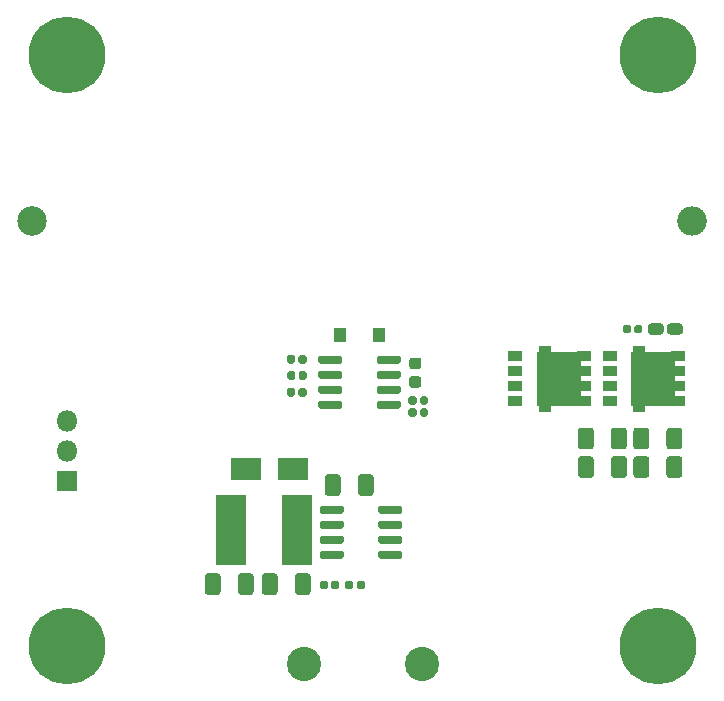
<source format=gbr>
%TF.GenerationSoftware,KiCad,Pcbnew,(5.1.6)-1*%
%TF.CreationDate,2022-02-05T23:25:30+08:00*%
%TF.ProjectId,brake_board,6272616b-655f-4626-9f61-72642e6b6963,rev?*%
%TF.SameCoordinates,Original*%
%TF.FileFunction,Soldermask,Top*%
%TF.FilePolarity,Negative*%
%FSLAX46Y46*%
G04 Gerber Fmt 4.6, Leading zero omitted, Abs format (unit mm)*
G04 Created by KiCad (PCBNEW (5.1.6)-1) date 2022-02-05 23:25:30*
%MOMM*%
%LPD*%
G01*
G04 APERTURE LIST*
%ADD10C,2.900000*%
%ADD11C,2.500000*%
%ADD12O,2.500000X2.500000*%
%ADD13R,1.005000X5.660000*%
%ADD14R,3.800000X4.660000*%
%ADD15R,1.200000X0.850000*%
%ADD16R,2.550000X6.000000*%
%ADD17R,1.800000X1.800000*%
%ADD18O,1.800000X1.800000*%
%ADD19C,6.500000*%
%ADD20C,0.900000*%
%ADD21R,1.000000X1.300000*%
%ADD22R,2.600000X1.900000*%
G04 APERTURE END LIST*
%TO.C,R8*%
G36*
G01*
X23604800Y27691700D02*
X23604800Y28086700D01*
G75*
G02*
X23777300Y28259200I172500J0D01*
G01*
X24122300Y28259200D01*
G75*
G02*
X24294800Y28086700I0J-172500D01*
G01*
X24294800Y27691700D01*
G75*
G02*
X24122300Y27519200I-172500J0D01*
G01*
X23777300Y27519200D01*
G75*
G02*
X23604800Y27691700I0J172500D01*
G01*
G37*
G36*
G01*
X24574800Y27691700D02*
X24574800Y28086700D01*
G75*
G02*
X24747300Y28259200I172500J0D01*
G01*
X25092300Y28259200D01*
G75*
G02*
X25264800Y28086700I0J-172500D01*
G01*
X25264800Y27691700D01*
G75*
G02*
X25092300Y27519200I-172500J0D01*
G01*
X24747300Y27519200D01*
G75*
G02*
X24574800Y27691700I0J172500D01*
G01*
G37*
%TD*%
D10*
%TO.C,POS1*%
X35000000Y3506000D03*
%TD*%
%TO.C,NEG1*%
X25000000Y3506000D03*
%TD*%
%TO.C,U2*%
G36*
G01*
X26232000Y29047000D02*
X26232000Y29397000D01*
G75*
G02*
X26407000Y29572000I175000J0D01*
G01*
X28107000Y29572000D01*
G75*
G02*
X28282000Y29397000I0J-175000D01*
G01*
X28282000Y29047000D01*
G75*
G02*
X28107000Y28872000I-175000J0D01*
G01*
X26407000Y28872000D01*
G75*
G02*
X26232000Y29047000I0J175000D01*
G01*
G37*
G36*
G01*
X26232000Y27777000D02*
X26232000Y28127000D01*
G75*
G02*
X26407000Y28302000I175000J0D01*
G01*
X28107000Y28302000D01*
G75*
G02*
X28282000Y28127000I0J-175000D01*
G01*
X28282000Y27777000D01*
G75*
G02*
X28107000Y27602000I-175000J0D01*
G01*
X26407000Y27602000D01*
G75*
G02*
X26232000Y27777000I0J175000D01*
G01*
G37*
G36*
G01*
X26232000Y26507000D02*
X26232000Y26857000D01*
G75*
G02*
X26407000Y27032000I175000J0D01*
G01*
X28107000Y27032000D01*
G75*
G02*
X28282000Y26857000I0J-175000D01*
G01*
X28282000Y26507000D01*
G75*
G02*
X28107000Y26332000I-175000J0D01*
G01*
X26407000Y26332000D01*
G75*
G02*
X26232000Y26507000I0J175000D01*
G01*
G37*
G36*
G01*
X26232000Y25237000D02*
X26232000Y25587000D01*
G75*
G02*
X26407000Y25762000I175000J0D01*
G01*
X28107000Y25762000D01*
G75*
G02*
X28282000Y25587000I0J-175000D01*
G01*
X28282000Y25237000D01*
G75*
G02*
X28107000Y25062000I-175000J0D01*
G01*
X26407000Y25062000D01*
G75*
G02*
X26232000Y25237000I0J175000D01*
G01*
G37*
G36*
G01*
X31182000Y25237000D02*
X31182000Y25587000D01*
G75*
G02*
X31357000Y25762000I175000J0D01*
G01*
X33057000Y25762000D01*
G75*
G02*
X33232000Y25587000I0J-175000D01*
G01*
X33232000Y25237000D01*
G75*
G02*
X33057000Y25062000I-175000J0D01*
G01*
X31357000Y25062000D01*
G75*
G02*
X31182000Y25237000I0J175000D01*
G01*
G37*
G36*
G01*
X31182000Y26507000D02*
X31182000Y26857000D01*
G75*
G02*
X31357000Y27032000I175000J0D01*
G01*
X33057000Y27032000D01*
G75*
G02*
X33232000Y26857000I0J-175000D01*
G01*
X33232000Y26507000D01*
G75*
G02*
X33057000Y26332000I-175000J0D01*
G01*
X31357000Y26332000D01*
G75*
G02*
X31182000Y26507000I0J175000D01*
G01*
G37*
G36*
G01*
X31182000Y27777000D02*
X31182000Y28127000D01*
G75*
G02*
X31357000Y28302000I175000J0D01*
G01*
X33057000Y28302000D01*
G75*
G02*
X33232000Y28127000I0J-175000D01*
G01*
X33232000Y27777000D01*
G75*
G02*
X33057000Y27602000I-175000J0D01*
G01*
X31357000Y27602000D01*
G75*
G02*
X31182000Y27777000I0J175000D01*
G01*
G37*
G36*
G01*
X31182000Y29047000D02*
X31182000Y29397000D01*
G75*
G02*
X31357000Y29572000I175000J0D01*
G01*
X33057000Y29572000D01*
G75*
G02*
X33232000Y29397000I0J-175000D01*
G01*
X33232000Y29047000D01*
G75*
G02*
X33057000Y28872000I-175000J0D01*
G01*
X31357000Y28872000D01*
G75*
G02*
X31182000Y29047000I0J175000D01*
G01*
G37*
%TD*%
%TO.C,U1*%
G36*
G01*
X26359000Y16349000D02*
X26359000Y16699000D01*
G75*
G02*
X26534000Y16874000I175000J0D01*
G01*
X28234000Y16874000D01*
G75*
G02*
X28409000Y16699000I0J-175000D01*
G01*
X28409000Y16349000D01*
G75*
G02*
X28234000Y16174000I-175000J0D01*
G01*
X26534000Y16174000D01*
G75*
G02*
X26359000Y16349000I0J175000D01*
G01*
G37*
G36*
G01*
X26359000Y15079000D02*
X26359000Y15429000D01*
G75*
G02*
X26534000Y15604000I175000J0D01*
G01*
X28234000Y15604000D01*
G75*
G02*
X28409000Y15429000I0J-175000D01*
G01*
X28409000Y15079000D01*
G75*
G02*
X28234000Y14904000I-175000J0D01*
G01*
X26534000Y14904000D01*
G75*
G02*
X26359000Y15079000I0J175000D01*
G01*
G37*
G36*
G01*
X26359000Y13809000D02*
X26359000Y14159000D01*
G75*
G02*
X26534000Y14334000I175000J0D01*
G01*
X28234000Y14334000D01*
G75*
G02*
X28409000Y14159000I0J-175000D01*
G01*
X28409000Y13809000D01*
G75*
G02*
X28234000Y13634000I-175000J0D01*
G01*
X26534000Y13634000D01*
G75*
G02*
X26359000Y13809000I0J175000D01*
G01*
G37*
G36*
G01*
X26359000Y12539000D02*
X26359000Y12889000D01*
G75*
G02*
X26534000Y13064000I175000J0D01*
G01*
X28234000Y13064000D01*
G75*
G02*
X28409000Y12889000I0J-175000D01*
G01*
X28409000Y12539000D01*
G75*
G02*
X28234000Y12364000I-175000J0D01*
G01*
X26534000Y12364000D01*
G75*
G02*
X26359000Y12539000I0J175000D01*
G01*
G37*
G36*
G01*
X31309000Y12539000D02*
X31309000Y12889000D01*
G75*
G02*
X31484000Y13064000I175000J0D01*
G01*
X33184000Y13064000D01*
G75*
G02*
X33359000Y12889000I0J-175000D01*
G01*
X33359000Y12539000D01*
G75*
G02*
X33184000Y12364000I-175000J0D01*
G01*
X31484000Y12364000D01*
G75*
G02*
X31309000Y12539000I0J175000D01*
G01*
G37*
G36*
G01*
X31309000Y13809000D02*
X31309000Y14159000D01*
G75*
G02*
X31484000Y14334000I175000J0D01*
G01*
X33184000Y14334000D01*
G75*
G02*
X33359000Y14159000I0J-175000D01*
G01*
X33359000Y13809000D01*
G75*
G02*
X33184000Y13634000I-175000J0D01*
G01*
X31484000Y13634000D01*
G75*
G02*
X31309000Y13809000I0J175000D01*
G01*
G37*
G36*
G01*
X31309000Y15079000D02*
X31309000Y15429000D01*
G75*
G02*
X31484000Y15604000I175000J0D01*
G01*
X33184000Y15604000D01*
G75*
G02*
X33359000Y15429000I0J-175000D01*
G01*
X33359000Y15079000D01*
G75*
G02*
X33184000Y14904000I-175000J0D01*
G01*
X31484000Y14904000D01*
G75*
G02*
X31309000Y15079000I0J175000D01*
G01*
G37*
G36*
G01*
X31309000Y16349000D02*
X31309000Y16699000D01*
G75*
G02*
X31484000Y16874000I175000J0D01*
G01*
X33184000Y16874000D01*
G75*
G02*
X33359000Y16699000I0J-175000D01*
G01*
X33359000Y16349000D01*
G75*
G02*
X33184000Y16174000I-175000J0D01*
G01*
X31484000Y16174000D01*
G75*
G02*
X31309000Y16349000I0J175000D01*
G01*
G37*
%TD*%
%TO.C,R7*%
G36*
G01*
X53685000Y32024500D02*
X53685000Y31629500D01*
G75*
G02*
X53512500Y31457000I-172500J0D01*
G01*
X53167500Y31457000D01*
G75*
G02*
X52995000Y31629500I0J172500D01*
G01*
X52995000Y32024500D01*
G75*
G02*
X53167500Y32197000I172500J0D01*
G01*
X53512500Y32197000D01*
G75*
G02*
X53685000Y32024500I0J-172500D01*
G01*
G37*
G36*
G01*
X52715000Y32024500D02*
X52715000Y31629500D01*
G75*
G02*
X52542500Y31457000I-172500J0D01*
G01*
X52197500Y31457000D01*
G75*
G02*
X52025000Y31629500I0J172500D01*
G01*
X52025000Y32024500D01*
G75*
G02*
X52197500Y32197000I172500J0D01*
G01*
X52542500Y32197000D01*
G75*
G02*
X52715000Y32024500I0J-172500D01*
G01*
G37*
%TD*%
D11*
%TO.C,R6*%
X2000000Y41000000D03*
D12*
X57880000Y41000000D03*
%TD*%
%TO.C,R5*%
G36*
G01*
X35533000Y25978500D02*
X35533000Y25583500D01*
G75*
G02*
X35360500Y25411000I-172500J0D01*
G01*
X35015500Y25411000D01*
G75*
G02*
X34843000Y25583500I0J172500D01*
G01*
X34843000Y25978500D01*
G75*
G02*
X35015500Y26151000I172500J0D01*
G01*
X35360500Y26151000D01*
G75*
G02*
X35533000Y25978500I0J-172500D01*
G01*
G37*
G36*
G01*
X34563000Y25978500D02*
X34563000Y25583500D01*
G75*
G02*
X34390500Y25411000I-172500J0D01*
G01*
X34045500Y25411000D01*
G75*
G02*
X33873000Y25583500I0J172500D01*
G01*
X33873000Y25978500D01*
G75*
G02*
X34045500Y26151000I172500J0D01*
G01*
X34390500Y26151000D01*
G75*
G02*
X34563000Y25978500I0J-172500D01*
G01*
G37*
%TD*%
%TO.C,R4*%
G36*
G01*
X35533000Y24962500D02*
X35533000Y24567500D01*
G75*
G02*
X35360500Y24395000I-172500J0D01*
G01*
X35015500Y24395000D01*
G75*
G02*
X34843000Y24567500I0J172500D01*
G01*
X34843000Y24962500D01*
G75*
G02*
X35015500Y25135000I172500J0D01*
G01*
X35360500Y25135000D01*
G75*
G02*
X35533000Y24962500I0J-172500D01*
G01*
G37*
G36*
G01*
X34563000Y24962500D02*
X34563000Y24567500D01*
G75*
G02*
X34390500Y24395000I-172500J0D01*
G01*
X34045500Y24395000D01*
G75*
G02*
X33873000Y24567500I0J172500D01*
G01*
X33873000Y24962500D01*
G75*
G02*
X34045500Y25135000I172500J0D01*
G01*
X34390500Y25135000D01*
G75*
G02*
X34563000Y24962500I0J-172500D01*
G01*
G37*
%TD*%
%TO.C,R3*%
G36*
G01*
X23586000Y26279500D02*
X23586000Y26674500D01*
G75*
G02*
X23758500Y26847000I172500J0D01*
G01*
X24103500Y26847000D01*
G75*
G02*
X24276000Y26674500I0J-172500D01*
G01*
X24276000Y26279500D01*
G75*
G02*
X24103500Y26107000I-172500J0D01*
G01*
X23758500Y26107000D01*
G75*
G02*
X23586000Y26279500I0J172500D01*
G01*
G37*
G36*
G01*
X24556000Y26279500D02*
X24556000Y26674500D01*
G75*
G02*
X24728500Y26847000I172500J0D01*
G01*
X25073500Y26847000D01*
G75*
G02*
X25246000Y26674500I0J-172500D01*
G01*
X25246000Y26279500D01*
G75*
G02*
X25073500Y26107000I-172500J0D01*
G01*
X24728500Y26107000D01*
G75*
G02*
X24556000Y26279500I0J172500D01*
G01*
G37*
%TD*%
%TO.C,R2*%
G36*
G01*
X26348000Y9962500D02*
X26348000Y10357500D01*
G75*
G02*
X26520500Y10530000I172500J0D01*
G01*
X26865500Y10530000D01*
G75*
G02*
X27038000Y10357500I0J-172500D01*
G01*
X27038000Y9962500D01*
G75*
G02*
X26865500Y9790000I-172500J0D01*
G01*
X26520500Y9790000D01*
G75*
G02*
X26348000Y9962500I0J172500D01*
G01*
G37*
G36*
G01*
X27318000Y9962500D02*
X27318000Y10357500D01*
G75*
G02*
X27490500Y10530000I172500J0D01*
G01*
X27835500Y10530000D01*
G75*
G02*
X28008000Y10357500I0J-172500D01*
G01*
X28008000Y9962500D01*
G75*
G02*
X27835500Y9790000I-172500J0D01*
G01*
X27490500Y9790000D01*
G75*
G02*
X27318000Y9962500I0J172500D01*
G01*
G37*
%TD*%
%TO.C,R1*%
G36*
G01*
X28507000Y9962500D02*
X28507000Y10357500D01*
G75*
G02*
X28679500Y10530000I172500J0D01*
G01*
X29024500Y10530000D01*
G75*
G02*
X29197000Y10357500I0J-172500D01*
G01*
X29197000Y9962500D01*
G75*
G02*
X29024500Y9790000I-172500J0D01*
G01*
X28679500Y9790000D01*
G75*
G02*
X28507000Y9962500I0J172500D01*
G01*
G37*
G36*
G01*
X29477000Y9962500D02*
X29477000Y10357500D01*
G75*
G02*
X29649500Y10530000I172500J0D01*
G01*
X29994500Y10530000D01*
G75*
G02*
X30167000Y10357500I0J-172500D01*
G01*
X30167000Y9962500D01*
G75*
G02*
X29994500Y9790000I-172500J0D01*
G01*
X29649500Y9790000D01*
G75*
G02*
X29477000Y9962500I0J172500D01*
G01*
G37*
%TD*%
D13*
%TO.C,Q2*%
X45396000Y27619000D03*
D14*
X46596000Y27619000D03*
D15*
X48696000Y29524000D03*
X48696000Y25714000D03*
X42896000Y25714000D03*
X42896000Y26984000D03*
X42896000Y28254000D03*
X42896000Y29524000D03*
X48696000Y28254000D03*
X48696000Y26984000D03*
%TD*%
D13*
%TO.C,Q1*%
X53396000Y27619000D03*
D14*
X54596000Y27619000D03*
D15*
X56696000Y29524000D03*
X56696000Y25714000D03*
X50896000Y25714000D03*
X50896000Y26984000D03*
X50896000Y28254000D03*
X50896000Y29524000D03*
X56696000Y28254000D03*
X56696000Y26984000D03*
%TD*%
D16*
%TO.C,L1*%
X24397000Y14809000D03*
X18847000Y14809000D03*
%TD*%
D17*
%TO.C,J1*%
X5000000Y19000000D03*
D18*
X5000000Y21540000D03*
X5000000Y24080000D03*
%TD*%
D19*
%TO.C,H4*%
X5000000Y55000000D03*
D20*
X7400000Y55000000D03*
X6697056Y53302944D03*
X5000000Y52600000D03*
X3302944Y53302944D03*
X2600000Y55000000D03*
X3302944Y56697056D03*
X5000000Y57400000D03*
X6697056Y56697056D03*
%TD*%
D19*
%TO.C,H3*%
X55000000Y55000000D03*
D20*
X57400000Y55000000D03*
X56697056Y53302944D03*
X55000000Y52600000D03*
X53302944Y53302944D03*
X52600000Y55000000D03*
X53302944Y56697056D03*
X55000000Y57400000D03*
X56697056Y56697056D03*
%TD*%
D19*
%TO.C,H2*%
X5000000Y5000000D03*
D20*
X7400000Y5000000D03*
X6697056Y3302944D03*
X5000000Y2600000D03*
X3302944Y3302944D03*
X2600000Y5000000D03*
X3302944Y6697056D03*
X5000000Y7400000D03*
X6697056Y6697056D03*
%TD*%
D19*
%TO.C,H1*%
X55000000Y5000000D03*
D20*
X57400000Y5000000D03*
X56697056Y3302944D03*
X55000000Y2600000D03*
X53302944Y3302944D03*
X52600000Y5000000D03*
X53302944Y6697056D03*
X55000000Y7400000D03*
X56697056Y6697056D03*
%TD*%
%TO.C,D3*%
G36*
G01*
X57101000Y32064500D02*
X57101000Y31589500D01*
G75*
G02*
X56863500Y31352000I-237500J0D01*
G01*
X56013500Y31352000D01*
G75*
G02*
X55776000Y31589500I0J237500D01*
G01*
X55776000Y32064500D01*
G75*
G02*
X56013500Y32302000I237500J0D01*
G01*
X56863500Y32302000D01*
G75*
G02*
X57101000Y32064500I0J-237500D01*
G01*
G37*
G36*
G01*
X55476000Y32064500D02*
X55476000Y31589500D01*
G75*
G02*
X55238500Y31352000I-237500J0D01*
G01*
X54388500Y31352000D01*
G75*
G02*
X54151000Y31589500I0J237500D01*
G01*
X54151000Y32064500D01*
G75*
G02*
X54388500Y32302000I237500J0D01*
G01*
X55238500Y32302000D01*
G75*
G02*
X55476000Y32064500I0J-237500D01*
G01*
G37*
%TD*%
D21*
%TO.C,D2*%
X31400000Y31303000D03*
X28100000Y31303000D03*
%TD*%
D22*
%TO.C,D1*%
X24130000Y20016000D03*
X20130000Y20016000D03*
%TD*%
%TO.C,C9*%
G36*
G01*
X57066000Y20798000D02*
X57066000Y19488000D01*
G75*
G02*
X56796000Y19218000I-270000J0D01*
G01*
X55986000Y19218000D01*
G75*
G02*
X55716000Y19488000I0J270000D01*
G01*
X55716000Y20798000D01*
G75*
G02*
X55986000Y21068000I270000J0D01*
G01*
X56796000Y21068000D01*
G75*
G02*
X57066000Y20798000I0J-270000D01*
G01*
G37*
G36*
G01*
X54266000Y20798000D02*
X54266000Y19488000D01*
G75*
G02*
X53996000Y19218000I-270000J0D01*
G01*
X53186000Y19218000D01*
G75*
G02*
X52916000Y19488000I0J270000D01*
G01*
X52916000Y20798000D01*
G75*
G02*
X53186000Y21068000I270000J0D01*
G01*
X53996000Y21068000D01*
G75*
G02*
X54266000Y20798000I0J-270000D01*
G01*
G37*
%TD*%
%TO.C,C8*%
G36*
G01*
X48217000Y21901000D02*
X48217000Y23211000D01*
G75*
G02*
X48487000Y23481000I270000J0D01*
G01*
X49297000Y23481000D01*
G75*
G02*
X49567000Y23211000I0J-270000D01*
G01*
X49567000Y21901000D01*
G75*
G02*
X49297000Y21631000I-270000J0D01*
G01*
X48487000Y21631000D01*
G75*
G02*
X48217000Y21901000I0J270000D01*
G01*
G37*
G36*
G01*
X51017000Y21901000D02*
X51017000Y23211000D01*
G75*
G02*
X51287000Y23481000I270000J0D01*
G01*
X52097000Y23481000D01*
G75*
G02*
X52367000Y23211000I0J-270000D01*
G01*
X52367000Y21901000D01*
G75*
G02*
X52097000Y21631000I-270000J0D01*
G01*
X51287000Y21631000D01*
G75*
G02*
X51017000Y21901000I0J270000D01*
G01*
G37*
%TD*%
%TO.C,C7*%
G36*
G01*
X34167750Y29403000D02*
X34730250Y29403000D01*
G75*
G02*
X34974000Y29159250I0J-243750D01*
G01*
X34974000Y28671750D01*
G75*
G02*
X34730250Y28428000I-243750J0D01*
G01*
X34167750Y28428000D01*
G75*
G02*
X33924000Y28671750I0J243750D01*
G01*
X33924000Y29159250D01*
G75*
G02*
X34167750Y29403000I243750J0D01*
G01*
G37*
G36*
G01*
X34167750Y27828000D02*
X34730250Y27828000D01*
G75*
G02*
X34974000Y27584250I0J-243750D01*
G01*
X34974000Y27096750D01*
G75*
G02*
X34730250Y26853000I-243750J0D01*
G01*
X34167750Y26853000D01*
G75*
G02*
X33924000Y27096750I0J243750D01*
G01*
X33924000Y27584250D01*
G75*
G02*
X34167750Y27828000I243750J0D01*
G01*
G37*
%TD*%
%TO.C,C6*%
G36*
G01*
X25246000Y29468500D02*
X25246000Y29073500D01*
G75*
G02*
X25073500Y28901000I-172500J0D01*
G01*
X24728500Y28901000D01*
G75*
G02*
X24556000Y29073500I0J172500D01*
G01*
X24556000Y29468500D01*
G75*
G02*
X24728500Y29641000I172500J0D01*
G01*
X25073500Y29641000D01*
G75*
G02*
X25246000Y29468500I0J-172500D01*
G01*
G37*
G36*
G01*
X24276000Y29468500D02*
X24276000Y29073500D01*
G75*
G02*
X24103500Y28901000I-172500J0D01*
G01*
X23758500Y28901000D01*
G75*
G02*
X23586000Y29073500I0J172500D01*
G01*
X23586000Y29468500D01*
G75*
G02*
X23758500Y29641000I172500J0D01*
G01*
X24103500Y29641000D01*
G75*
G02*
X24276000Y29468500I0J-172500D01*
G01*
G37*
%TD*%
%TO.C,C5*%
G36*
G01*
X25602000Y10892000D02*
X25602000Y9582000D01*
G75*
G02*
X25332000Y9312000I-270000J0D01*
G01*
X24522000Y9312000D01*
G75*
G02*
X24252000Y9582000I0J270000D01*
G01*
X24252000Y10892000D01*
G75*
G02*
X24522000Y11162000I270000J0D01*
G01*
X25332000Y11162000D01*
G75*
G02*
X25602000Y10892000I0J-270000D01*
G01*
G37*
G36*
G01*
X22802000Y10892000D02*
X22802000Y9582000D01*
G75*
G02*
X22532000Y9312000I-270000J0D01*
G01*
X21722000Y9312000D01*
G75*
G02*
X21452000Y9582000I0J270000D01*
G01*
X21452000Y10892000D01*
G75*
G02*
X21722000Y11162000I270000J0D01*
G01*
X22532000Y11162000D01*
G75*
G02*
X22802000Y10892000I0J-270000D01*
G01*
G37*
%TD*%
%TO.C,C4*%
G36*
G01*
X16626000Y9582000D02*
X16626000Y10892000D01*
G75*
G02*
X16896000Y11162000I270000J0D01*
G01*
X17706000Y11162000D01*
G75*
G02*
X17976000Y10892000I0J-270000D01*
G01*
X17976000Y9582000D01*
G75*
G02*
X17706000Y9312000I-270000J0D01*
G01*
X16896000Y9312000D01*
G75*
G02*
X16626000Y9582000I0J270000D01*
G01*
G37*
G36*
G01*
X19426000Y9582000D02*
X19426000Y10892000D01*
G75*
G02*
X19696000Y11162000I270000J0D01*
G01*
X20506000Y11162000D01*
G75*
G02*
X20776000Y10892000I0J-270000D01*
G01*
X20776000Y9582000D01*
G75*
G02*
X20506000Y9312000I-270000J0D01*
G01*
X19696000Y9312000D01*
G75*
G02*
X19426000Y9582000I0J270000D01*
G01*
G37*
%TD*%
%TO.C,C3*%
G36*
G01*
X57066000Y23211000D02*
X57066000Y21901000D01*
G75*
G02*
X56796000Y21631000I-270000J0D01*
G01*
X55986000Y21631000D01*
G75*
G02*
X55716000Y21901000I0J270000D01*
G01*
X55716000Y23211000D01*
G75*
G02*
X55986000Y23481000I270000J0D01*
G01*
X56796000Y23481000D01*
G75*
G02*
X57066000Y23211000I0J-270000D01*
G01*
G37*
G36*
G01*
X54266000Y23211000D02*
X54266000Y21901000D01*
G75*
G02*
X53996000Y21631000I-270000J0D01*
G01*
X53186000Y21631000D01*
G75*
G02*
X52916000Y21901000I0J270000D01*
G01*
X52916000Y23211000D01*
G75*
G02*
X53186000Y23481000I270000J0D01*
G01*
X53996000Y23481000D01*
G75*
G02*
X54266000Y23211000I0J-270000D01*
G01*
G37*
%TD*%
%TO.C,C2*%
G36*
G01*
X48217000Y19488000D02*
X48217000Y20798000D01*
G75*
G02*
X48487000Y21068000I270000J0D01*
G01*
X49297000Y21068000D01*
G75*
G02*
X49567000Y20798000I0J-270000D01*
G01*
X49567000Y19488000D01*
G75*
G02*
X49297000Y19218000I-270000J0D01*
G01*
X48487000Y19218000D01*
G75*
G02*
X48217000Y19488000I0J270000D01*
G01*
G37*
G36*
G01*
X51017000Y19488000D02*
X51017000Y20798000D01*
G75*
G02*
X51287000Y21068000I270000J0D01*
G01*
X52097000Y21068000D01*
G75*
G02*
X52367000Y20798000I0J-270000D01*
G01*
X52367000Y19488000D01*
G75*
G02*
X52097000Y19218000I-270000J0D01*
G01*
X51287000Y19218000D01*
G75*
G02*
X51017000Y19488000I0J270000D01*
G01*
G37*
%TD*%
%TO.C,C1*%
G36*
G01*
X30936000Y19274000D02*
X30936000Y17964000D01*
G75*
G02*
X30666000Y17694000I-270000J0D01*
G01*
X29856000Y17694000D01*
G75*
G02*
X29586000Y17964000I0J270000D01*
G01*
X29586000Y19274000D01*
G75*
G02*
X29856000Y19544000I270000J0D01*
G01*
X30666000Y19544000D01*
G75*
G02*
X30936000Y19274000I0J-270000D01*
G01*
G37*
G36*
G01*
X28136000Y19274000D02*
X28136000Y17964000D01*
G75*
G02*
X27866000Y17694000I-270000J0D01*
G01*
X27056000Y17694000D01*
G75*
G02*
X26786000Y17964000I0J270000D01*
G01*
X26786000Y19274000D01*
G75*
G02*
X27056000Y19544000I270000J0D01*
G01*
X27866000Y19544000D01*
G75*
G02*
X28136000Y19274000I0J-270000D01*
G01*
G37*
%TD*%
M02*

</source>
